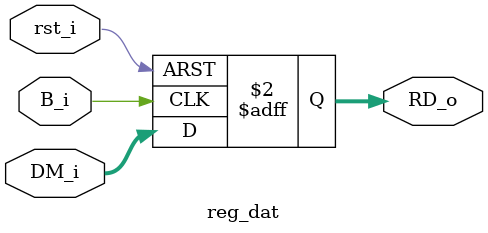
<source format=v>
`timescale 1ns / 1ps

//Modulo Registro de Datos
module reg_dat (
    input B_i,
	input rst_i,
	input      [3:0] DM_i,
	output reg [3:0] RD_o
);
  always @(posedge B_i or posedge rst_i)
    begin
	   if (rst_i)
		  RD_o <= 4'b0000;
		else
	     RD_o <= DM_i;
	 end

endmodule 
</source>
